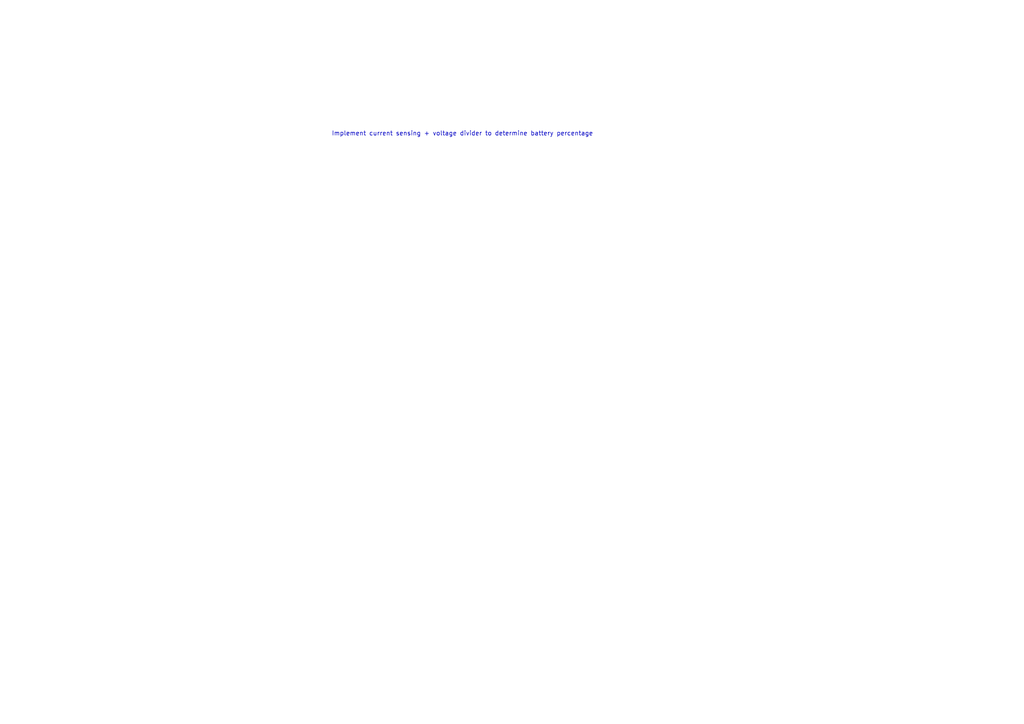
<source format=kicad_sch>
(kicad_sch
	(version 20250114)
	(generator "eeschema")
	(generator_version "9.0")
	(uuid "8c619965-7db5-4b91-adf3-9b80535af197")
	(paper "A4")
	(lib_symbols)
	(text "Implement current sensing + voltage divider to determine battery percentage"
		(exclude_from_sim no)
		(at 134.112 38.862 0)
		(effects
			(font
				(size 1.27 1.27)
			)
		)
		(uuid "611d1ccf-4267-48ef-8bbb-d2c8c247be40")
	)
)

</source>
